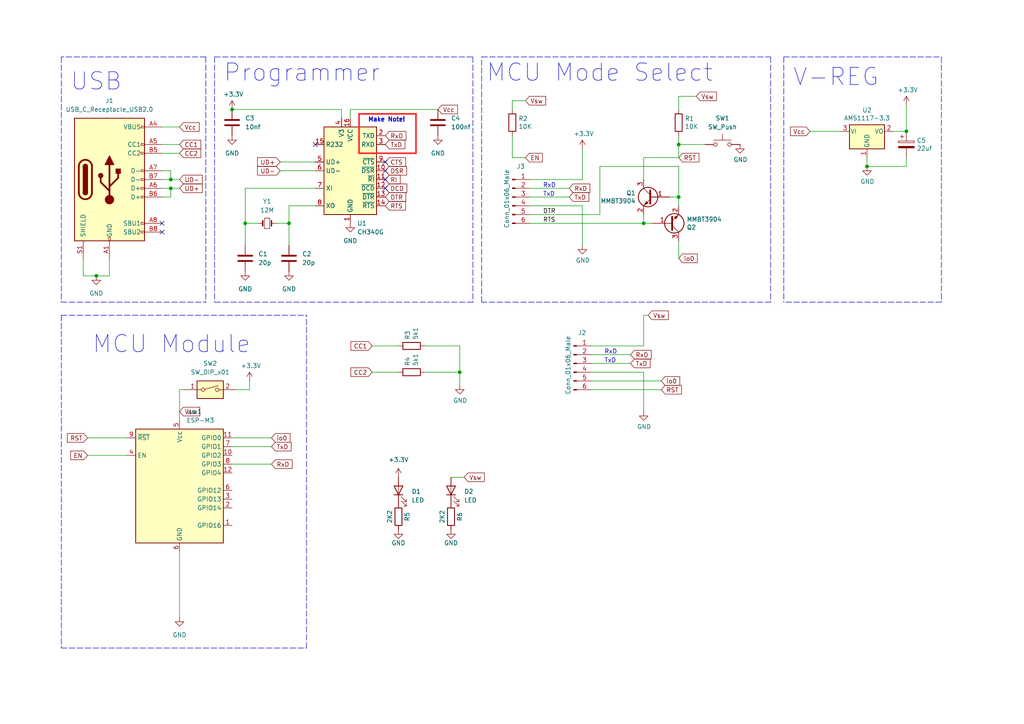
<source format=kicad_sch>
(kicad_sch (version 20211123) (generator eeschema)
  (paper "A4")
  (lib_symbols
    (symbol "Connector:Conn_01x06_Male" (pin_names (offset 1.016) hide)
      (property "Reference" "J" (at 0 7.62 0))
      (property "Value" "Conn_01x06_Male" (at 0 -10.16 0))
      (symbol "Conn_01x06_Male_1_1"
        (polyline (pts (xy 1.27 -7.62) (xy 0.8636 -7.62)) (stroke (width 0.1524)))
        (polyline (pts (xy 1.27 -5.08) (xy 0.8636 -5.08)) (stroke (width 0.1524)))
        (polyline (pts (xy 1.27 -2.54) (xy 0.8636 -2.54)) (stroke (width 0.1524)))
        (polyline (pts (xy 1.27 0) (xy 0.8636 0)) (stroke (width 0.1524)))
        (polyline (pts (xy 1.27 2.54) (xy 0.8636 2.54)) (stroke (width 0.1524)))
        (polyline (pts (xy 1.27 5.08) (xy 0.8636 5.08)) (stroke (width 0.1524)))
        (rectangle (start 0.8636 -7.493) (end 0 -7.747) (stroke (width 0.1524)) (fill (type outline)))
        (rectangle (start 0.8636 -4.953) (end 0 -5.207) (stroke (width 0.1524)) (fill (type outline)))
        (rectangle (start 0.8636 -2.413) (end 0 -2.667) (stroke (width 0.1524)) (fill (type outline)))
        (rectangle (start 0.8636 0.127) (end 0 -0.127) (stroke (width 0.1524)) (fill (type outline)))
        (rectangle (start 0.8636 2.667) (end 0 2.413) (stroke (width 0.1524)) (fill (type outline)))
        (rectangle (start 0.8636 5.207) (end 0 4.953) (stroke (width 0.1524)) (fill (type outline)))
        (pin passive line (at 5.08 5.08 180) (length 3.81) (name "Pin_1") (number "1"))
        (pin passive line (at 5.08 2.54 180) (length 3.81) (name "Pin_2") (number "2"))
        (pin passive line (at 5.08 0 180) (length 3.81) (name "Pin_3") (number "3"))
        (pin passive line (at 5.08 -2.54 180) (length 3.81) (name "Pin_4") (number "4"))
        (pin passive line (at 5.08 -5.08 180) (length 3.81) (name "Pin_5") (number "5"))
        (pin passive line (at 5.08 -7.62 180) (length 3.81) (name "Pin_6") (number "6"))
      )
    )
    (symbol "Connector:USB_C_Receptacle_USB2.0" (pin_names (offset 1.016))
      (property "Reference" "J" (at -10.16 19.05 0))
      (property "Value" "USB_C_Receptacle_USB2.0" (at 19.05 19.05 0))
      (symbol "USB_C_Receptacle_USB2.0_0_0"
        (rectangle (start -0.254 -17.78) (end 0.254 -16.764))
        (rectangle (start 10.16 -14.986) (end 9.144 -15.494))
        (rectangle (start 10.16 -12.446) (end 9.144 -12.954))
        (rectangle (start 10.16 -4.826) (end 9.144 -5.334))
        (rectangle (start 10.16 -2.286) (end 9.144 -2.794))
        (rectangle (start 10.16 0.254) (end 9.144 -0.254))
        (rectangle (start 10.16 2.794) (end 9.144 2.286))
        (rectangle (start 10.16 7.874) (end 9.144 7.366))
        (rectangle (start 10.16 10.414) (end 9.144 9.906))
        (rectangle (start 10.16 15.494) (end 9.144 14.986))
      )
      (symbol "USB_C_Receptacle_USB2.0_0_1"
        (rectangle (start -10.16 17.78) (end 10.16 -17.78) (stroke (width 0.254)) (fill (type background)))
        (arc (start -8.89 -3.81) (mid -6.985 -5.715) (end -5.08 -3.81) (stroke (width 0.508)))
        (arc (start -7.62 -3.81) (mid -6.985 -4.445) (end -6.35 -3.81) (stroke (width 0.254)))
        (arc (start -7.62 -3.81) (mid -6.985 -4.445) (end -6.35 -3.81) (stroke (width 0.254)) (fill (type outline)))
        (rectangle (start -7.62 -3.81) (end -6.35 3.81) (stroke (width 0.254)) (fill (type outline)))
        (arc (start -6.35 3.81) (mid -6.985 4.445) (end -7.62 3.81) (stroke (width 0.254)))
        (arc (start -6.35 3.81) (mid -6.985 4.445) (end -7.62 3.81) (stroke (width 0.254)) (fill (type outline)))
        (arc (start -5.08 3.81) (mid -6.985 5.715) (end -8.89 3.81) (stroke (width 0.508)))
        (circle (center -2.54 1.143) (radius 0.635) (stroke (width 0.254)) (fill (type outline)))
        (circle (center 0 -5.842) (radius 1.27) (fill (type outline)))
        (polyline (pts (xy -8.89 -3.81) (xy -8.89 3.81)) (stroke (width 0.508)))
        (polyline (pts (xy -5.08 3.81) (xy -5.08 -3.81)) (stroke (width 0.508)))
        (polyline (pts (xy 0 -5.842) (xy 0 4.318)) (stroke (width 0.508)))
        (polyline (pts (xy 0 -3.302) (xy -2.54 -0.762) (xy -2.54 0.508)) (stroke (width 0.508)))
        (polyline (pts (xy 0 -2.032) (xy 2.54 0.508) (xy 2.54 1.778)) (stroke (width 0.508)))
        (polyline (pts (xy -1.27 4.318) (xy 0 6.858) (xy 1.27 4.318) (xy -1.27 4.318)) (stroke (width 0.254)) (fill (type outline)))
        (rectangle (start 1.905 1.778) (end 3.175 3.048) (stroke (width 0.254)) (fill (type outline)))
      )
      (symbol "USB_C_Receptacle_USB2.0_1_1"
        (pin passive line (at 0 -22.86 90) (length 5.08) (name "GND") (number "A1"))
        (pin passive line (at 0 -22.86 90) (length 5.08) hide (name "GND") (number "A12"))
        (pin passive line (at 15.24 15.24 180) (length 5.08) (name "VBUS") (number "A4"))
        (pin bidirectional line (at 15.24 10.16 180) (length 5.08) (name "CC1") (number "A5"))
        (pin bidirectional line (at 15.24 -2.54 180) (length 5.08) (name "D+") (number "A6"))
        (pin bidirectional line (at 15.24 2.54 180) (length 5.08) (name "D-") (number "A7"))
        (pin bidirectional line (at 15.24 -12.7 180) (length 5.08) (name "SBU1") (number "A8"))
        (pin passive line (at 15.24 15.24 180) (length 5.08) hide (name "VBUS") (number "A9"))
        (pin passive line (at 0 -22.86 90) (length 5.08) hide (name "GND") (number "B1"))
        (pin passive line (at 0 -22.86 90) (length 5.08) hide (name "GND") (number "B12"))
        (pin passive line (at 15.24 15.24 180) (length 5.08) hide (name "VBUS") (number "B4"))
        (pin bidirectional line (at 15.24 7.62 180) (length 5.08) (name "CC2") (number "B5"))
        (pin bidirectional line (at 15.24 -5.08 180) (length 5.08) (name "D+") (number "B6"))
        (pin bidirectional line (at 15.24 0 180) (length 5.08) (name "D-") (number "B7"))
        (pin bidirectional line (at 15.24 -15.24 180) (length 5.08) (name "SBU2") (number "B8"))
        (pin passive line (at 15.24 15.24 180) (length 5.08) hide (name "VBUS") (number "B9"))
        (pin passive line (at -7.62 -22.86 90) (length 5.08) (name "SHIELD") (number "S1"))
      )
    )
    (symbol "Device:C" (pin_numbers hide) (pin_names (offset 0.254))
      (property "Reference" "C" (at 0.635 2.54 0))
      (property "Value" "C" (at 0.635 -2.54 0))
      (symbol "C_0_1"
        (polyline (pts (xy -2.032 -0.762) (xy 2.032 -0.762)) (stroke (width 0.508)))
        (polyline (pts (xy -2.032 0.762) (xy 2.032 0.762)) (stroke (width 0.508)))
      )
      (symbol "C_1_1"
        (pin passive line (at 0 3.81 270) (length 2.794) (name "~") (number "1"))
        (pin passive line (at 0 -3.81 90) (length 2.794) (name "~") (number "2"))
      )
    )
    (symbol "Device:CP" (pin_numbers hide) (pin_names (offset 0.254))
      (property "Reference" "C" (at 0.635 2.54 0))
      (property "Value" "Device_CP" (at 0.635 -2.54 0))
      (symbol "CP_0_1"
        (rectangle (start -2.286 0.508) (end 2.286 1.016))
        (polyline (pts (xy -1.778 2.286) (xy -0.762 2.286)))
        (polyline (pts (xy -1.27 2.794) (xy -1.27 1.778)))
        (rectangle (start 2.286 -0.508) (end -2.286 -1.016) (fill (type outline)))
      )
      (symbol "CP_1_1"
        (pin passive line (at 0 3.81 270) (length 2.794) (name "~") (number "1"))
        (pin passive line (at 0 -3.81 90) (length 2.794) (name "~") (number "2"))
      )
    )
    (symbol "Device:Crystal_Small" (pin_numbers hide) (pin_names (offset 1.016) hide)
      (property "Reference" "Y" (at 0 2.54 0))
      (property "Value" "Crystal_Small" (at 0 -2.54 0))
      (symbol "Crystal_Small_0_1"
        (rectangle (start -0.762 -1.524) (end 0.762 1.524))
        (polyline (pts (xy -1.27 -0.762) (xy -1.27 0.762)) (stroke (width 0.381)))
        (polyline (pts (xy 1.27 -0.762) (xy 1.27 0.762)) (stroke (width 0.381)))
      )
      (symbol "Crystal_Small_1_1"
        (pin passive line (at -2.54 0 0) (length 1.27) (name "1") (number "1"))
        (pin passive line (at 2.54 0 180) (length 1.27) (name "2") (number "2"))
      )
    )
    (symbol "Device:LED" (pin_numbers hide) (pin_names (offset 1.016) hide)
      (property "Reference" "D" (at 0 2.54 0))
      (property "Value" "LED" (at 0 -2.54 0))
      (symbol "LED_0_1"
        (polyline (pts (xy -1.27 -1.27) (xy -1.27 1.27)) (stroke (width 0.254)))
        (polyline (pts (xy -1.27 0) (xy 1.27 0)))
        (polyline (pts (xy 1.27 -1.27) (xy 1.27 1.27) (xy -1.27 0) (xy 1.27 -1.27)) (stroke (width 0.254)))
        (polyline (pts (xy -3.048 -0.762) (xy -4.572 -2.286) (xy -3.81 -2.286) (xy -4.572 -2.286) (xy -4.572 -1.524)))
        (polyline (pts (xy -1.778 -0.762) (xy -3.302 -2.286) (xy -2.54 -2.286) (xy -3.302 -2.286) (xy -3.302 -1.524)))
      )
      (symbol "LED_1_1"
        (pin passive line (at -3.81 0 0) (length 2.54) (name "K") (number "1"))
        (pin passive line (at 3.81 0 180) (length 2.54) (name "A") (number "2"))
      )
    )
    (symbol "Device:R" (pin_numbers hide) (pin_names (offset 0))
      (property "Reference" "R" (at 2.032 0 90))
      (property "Value" "R" (at 0 0 90))
      (symbol "R_0_1"
        (rectangle (start -1.016 -2.54) (end 1.016 2.54) (stroke (width 0.254)))
      )
      (symbol "R_1_1"
        (pin passive line (at 0 3.81 270) (length 1.27) (name "~") (number "1"))
        (pin passive line (at 0 -3.81 90) (length 1.27) (name "~") (number "2"))
      )
    )
    (symbol "Interface_USB:CH340G"
      (property "Reference" "U" (at -5.08 13.97 0))
      (property "Value" "CH340G" (at 1.27 13.97 0))
      (symbol "CH340G_0_1"
        (rectangle (start -7.62 12.7) (end 7.62 -12.7) (stroke (width 0.254)) (fill (type background)))
      )
      (symbol "CH340G_1_1"
        (pin power_in line (at 0 -15.24 90) (length 2.54) (name "GND") (number "1"))
        (pin input line (at 10.16 0 180) (length 2.54) (name "~{DSR}") (number "10"))
        (pin input line (at 10.16 -2.54 180) (length 2.54) (name "~{RI}") (number "11"))
        (pin input line (at 10.16 -5.08 180) (length 2.54) (name "~{DCD}") (number "12"))
        (pin output line (at 10.16 -7.62 180) (length 2.54) (name "~{DTR}") (number "13"))
        (pin output line (at 10.16 -10.16 180) (length 2.54) (name "~{RTS}") (number "14"))
        (pin input line (at -10.16 7.62 0) (length 2.54) (name "R232") (number "15"))
        (pin power_in line (at 0 15.24 270) (length 2.54) (name "VCC") (number "16"))
        (pin output line (at 10.16 10.16 180) (length 2.54) (name "TXD") (number "2"))
        (pin input line (at 10.16 7.62 180) (length 2.54) (name "RXD") (number "3"))
        (pin passive line (at -2.54 15.24 270) (length 2.54) (name "V3") (number "4"))
        (pin bidirectional line (at -10.16 2.54 0) (length 2.54) (name "UD+") (number "5"))
        (pin bidirectional line (at -10.16 0 0) (length 2.54) (name "UD-") (number "6"))
        (pin input line (at -10.16 -5.08 0) (length 2.54) (name "XI") (number "7"))
        (pin output line (at -10.16 -10.16 0) (length 2.54) (name "XO") (number "8"))
        (pin input line (at 10.16 2.54 180) (length 2.54) (name "~{CTS}") (number "9"))
      )
    )
    (symbol "Regulator_Linear:AMS1117-3.3" (pin_names (offset 0.254))
      (property "Reference" "U" (at -3.81 3.175 0))
      (property "Value" "AMS1117-3.3" (at 0 3.175 0))
      (symbol "AMS1117-3.3_0_1"
        (rectangle (start -5.08 -5.08) (end 5.08 1.905) (stroke (width 0.254)) (fill (type background)))
      )
      (symbol "AMS1117-3.3_1_1"
        (pin power_in line (at 0 -7.62 90) (length 2.54) (name "GND") (number "1"))
        (pin power_out line (at 7.62 0 180) (length 2.54) (name "VO") (number "2"))
        (pin power_in line (at -7.62 0 0) (length 2.54) (name "VI") (number "3"))
      )
    )
    (symbol "Switch:SW_DIP_x01" (pin_names (offset 0) hide)
      (property "Reference" "SW" (at 0 3.81 0))
      (property "Value" "SW_DIP_x01" (at 0 -3.81 0))
      (symbol "SW_DIP_x01_0_0"
        (circle (center -2.032 0) (radius 0.508))
        (polyline (pts (xy -1.524 0.127) (xy 2.3622 1.1684)))
        (circle (center 2.032 0) (radius 0.508))
      )
      (symbol "SW_DIP_x01_0_1"
        (rectangle (start -3.81 2.54) (end 3.81 -2.54) (stroke (width 0.254)) (fill (type background)))
      )
      (symbol "SW_DIP_x01_1_1"
        (pin passive line (at -7.62 0 0) (length 5.08) (name "~") (number "1"))
        (pin passive line (at 7.62 0 180) (length 5.08) (name "~") (number "2"))
      )
    )
    (symbol "Switch:SW_Push" (pin_numbers hide) (pin_names (offset 1.016) hide)
      (property "Reference" "SW" (at 1.27 2.54 0))
      (property "Value" "SW_Push" (at 0 -1.524 0))
      (symbol "SW_Push_0_1"
        (circle (center -2.032 0) (radius 0.508))
        (polyline (pts (xy 0 1.27) (xy 0 3.048)))
        (polyline (pts (xy 2.54 1.27) (xy -2.54 1.27)))
        (circle (center 2.032 0) (radius 0.508))
        (pin passive line (at -5.08 0 0) (length 2.54) (name "1") (number "1"))
        (pin passive line (at 5.08 0 180) (length 2.54) (name "2") (number "2"))
      )
    )
    (symbol "Tinker_ESP:ESP-M3"
      (property "Reference" "Um" (at 2.921 -27.305 0))
      (property "Value" "ESP-M3" (at 5.461 -29.337 0))
      (symbol "ESP-M3_0_1"
        (rectangle (start -12.7 17.78) (end 12.7 -15.24) (stroke (width 0.254)) (fill (type background)))
      )
      (symbol "ESP-M3_1_1"
        (pin bidirectional line (at 15.24 -10.16 180) (length 2.54) (name "GPIO16") (number "1"))
        (pin bidirectional line (at 15.24 10.16 180) (length 2.54) (name "GPIO2") (number "10"))
        (pin bidirectional line (at 15.24 15.24 180) (length 2.54) (name "GPIO0") (number "11"))
        (pin bidirectional line (at 15.24 5.08 180) (length 2.54) (name "GPIO4") (number "12"))
        (pin bidirectional line (at 15.24 -5.08 180) (length 2.54) (name "GPIO14") (number "2"))
        (pin bidirectional line (at 15.24 -2.54 180) (length 2.54) (name "GPIO13") (number "3"))
        (pin input line (at -15.24 10.16 0) (length 2.54) (name "EN") (number "4"))
        (pin power_in line (at 0 20.32 270) (length 2.54) (name "Vcc") (number "5"))
        (pin power_in line (at 0 -17.78 90) (length 2.54) (name "GND") (number "6"))
        (pin bidirectional line (at 15.24 0 180) (length 2.54) (name "GPIO12") (number "6"))
        (pin bidirectional line (at 15.24 12.7 180) (length 2.54) (name "GPIO1") (number "7"))
        (pin bidirectional line (at 15.24 7.62 180) (length 2.54) (name "GPIO3") (number "8"))
        (pin input line (at -15.24 15.24 0) (length 2.54) (name "~{RST}") (number "9"))
      )
    )
    (symbol "Transistor_BJT:MMBT3904" (pin_names (offset 0) hide)
      (property "Reference" "Q" (at 5.08 1.905 0))
      (property "Value" "MMBT3904" (at 5.08 0 0))
      (symbol "MMBT3904_0_1"
        (polyline (pts (xy 0.635 0.635) (xy 2.54 2.54)))
        (polyline (pts (xy 0.635 -0.635) (xy 2.54 -2.54) (xy 2.54 -2.54)))
        (polyline (pts (xy 0.635 1.905) (xy 0.635 -1.905) (xy 0.635 -1.905)) (stroke (width 0.508)))
        (polyline (pts (xy 1.27 -1.778) (xy 1.778 -1.27) (xy 2.286 -2.286) (xy 1.27 -1.778) (xy 1.27 -1.778)) (fill (type outline)))
        (circle (center 1.27 0) (radius 2.8194) (stroke (width 0.254)))
      )
      (symbol "MMBT3904_1_1"
        (pin input line (at -5.08 0 0) (length 5.715) (name "B") (number "1"))
        (pin passive line (at 2.54 -5.08 90) (length 2.54) (name "E") (number "2"))
        (pin passive line (at 2.54 5.08 270) (length 2.54) (name "C") (number "3"))
      )
    )
    (symbol "power:+3.3V" (power) (pin_names (offset 0))
      (property "Value" "+3.3V" (at 0 3.556 0))
      (symbol "+3.3V_0_1"
        (polyline (pts (xy -0.762 1.27) (xy 0 2.54)))
        (polyline (pts (xy 0 0) (xy 0 2.54)))
        (polyline (pts (xy 0 2.54) (xy 0.762 1.27)))
      )
      (symbol "+3.3V_1_1"
        (pin power_in line (at 0 0 90) (length 0) hide (name "+3.3V") (number "1"))
      )
    )
    (symbol "power:GND" (power) (pin_names (offset 0))
      (property "Value" "GND" (at 0 -3.81 0))
      (symbol "GND_0_1"
        (polyline (pts (xy 0 0) (xy 0 -1.27) (xy 1.27 -1.27) (xy 0 -2.54) (xy -1.27 -1.27) (xy 0 -1.27)))
      )
      (symbol "GND_1_1"
        (pin power_in line (at 0 0 270) (length 0) hide (name "GND") (number "1"))
      )
    )
  )
  (junction (at 83.82 64.77))
  (junction (at 27.94 80.01))
  (junction (at 186.69 64.77))
  (junction (at 49.53 54.61))
  (junction (at 133.35 107.95))
  (junction (at 49.53 52.07))
  (junction (at 67.31 31.75))
  (junction (at 196.85 57.15))
  (junction (at 71.12 64.77))
  (junction (at 262.89 38.1))
  (junction (at 196.85 41.91))
  (junction (at 251.46 48.26))
  (no_connect (at 91.44 41.91))
  (no_connect (at 111.76 46.99))
  (no_connect (at 111.76 49.53))
  (no_connect (at 111.76 52.07))
  (no_connect (at 111.76 54.61))
  (no_connect (at 46.99 64.77))
  (no_connect (at 46.99 67.31))
  (wire (pts (xy 83.82 64.77) (xy 83.82 71.12)))
  (polyline (pts (xy 59.69 16.51) (xy 17.78 16.51)))
  (polyline (pts (xy 62.23 16.51) (xy 62.23 87.63)))
  (polyline (pts (xy 17.78 91.44) (xy 88.9 91.44)))
  (wire (pts (xy 196.85 48.26) (xy 196.85 57.15)))
  (wire (pts (xy 173.99 48.26) (xy 196.85 48.26)))
  (wire (pts (xy 148.59 39.37) (xy 148.59 45.72)))
  (wire (pts (xy 148.59 45.72) (xy 152.4 45.72)))
  (wire (pts (xy 196.85 41.91) (xy 204.47 41.91)))
  (wire (pts (xy 186.69 119.38) (xy 186.69 107.95)))
  (wire (pts (xy 201.93 27.94) (xy 196.85 27.94)))
  (wire (pts (xy 189.23 64.77) (xy 186.69 64.77)))
  (polyline (pts (xy 223.52 16.51) (xy 223.52 87.63)))
  (polyline (pts (xy 120.65 33.02) (xy 104.14 33.02)) (stroke (width 0.5) (type solid) (color 255 48 46 1)))
  (polyline (pts (xy 17.78 91.44) (xy 17.78 187.96)))
  (wire (pts (xy 194.31 57.15) (xy 196.85 57.15)))
  (wire (pts (xy 46.99 41.91) (xy 52.07 41.91)))
  (wire (pts (xy 133.35 100.33) (xy 133.35 107.95)))
  (wire (pts (xy 171.45 102.87) (xy 182.88 102.87)))
  (polyline (pts (xy 17.78 187.96) (xy 88.9 187.96)))
  (wire (pts (xy 81.28 46.99) (xy 91.44 46.99)))
  (wire (pts (xy 71.12 54.61) (xy 71.12 64.77)))
  (wire (pts (xy 130.81 138.43) (xy 134.62 138.43)))
  (wire (pts (xy 99.06 34.29) (xy 99.06 31.75)))
  (wire (pts (xy 168.91 71.12) (xy 168.91 59.69)))
  (wire (pts (xy 53.34 113.03) (xy 52.07 113.03)))
  (wire (pts (xy 74.93 64.77) (xy 71.12 64.77)))
  (wire (pts (xy 46.99 44.45) (xy 52.07 44.45)))
  (polyline (pts (xy 104.14 33.02) (xy 104.14 44.45)) (stroke (width 0.5) (type solid) (color 255 48 46 1)))
  (wire (pts (xy 52.07 160.02) (xy 52.07 179.07)))
  (wire (pts (xy 99.06 31.75) (xy 67.31 31.75)))
  (wire (pts (xy 46.99 54.61) (xy 49.53 54.61)))
  (polyline (pts (xy 120.65 33.02) (xy 120.65 44.45)) (stroke (width 0.5) (type solid) (color 255 48 46 1)))
  (wire (pts (xy 262.89 48.26) (xy 251.46 48.26)))
  (wire (pts (xy 46.99 57.15) (xy 49.53 57.15)))
  (wire (pts (xy 262.89 30.48) (xy 262.89 38.1)))
  (wire (pts (xy 196.85 74.93) (xy 196.85 69.85)))
  (wire (pts (xy 133.35 107.95) (xy 133.35 111.76)))
  (wire (pts (xy 91.44 59.69) (xy 83.82 59.69)))
  (polyline (pts (xy 17.78 16.51) (xy 17.78 87.63)))
  (wire (pts (xy 49.53 49.53) (xy 49.53 52.07)))
  (wire (pts (xy 25.4 132.08) (xy 36.83 132.08)))
  (wire (pts (xy 168.91 43.18) (xy 168.91 52.07)))
  (wire (pts (xy 52.07 113.03) (xy 52.07 121.92)))
  (wire (pts (xy 187.96 91.44) (xy 186.69 91.44)))
  (wire (pts (xy 49.53 52.07) (xy 52.07 52.07)))
  (wire (pts (xy 152.4 29.21) (xy 148.59 29.21)))
  (wire (pts (xy 196.85 41.91) (xy 196.85 45.72)))
  (polyline (pts (xy 59.69 16.51) (xy 59.69 87.63)))
  (wire (pts (xy 72.39 113.03) (xy 68.58 113.03)))
  (polyline (pts (xy 137.16 16.51) (xy 137.16 87.63)))
  (wire (pts (xy 72.39 110.49) (xy 72.39 113.03)))
  (polyline (pts (xy 139.7 87.63) (xy 139.7 16.51)))
  (wire (pts (xy 168.91 59.69) (xy 153.67 59.69)))
  (wire (pts (xy 186.69 45.72) (xy 186.69 52.07)))
  (wire (pts (xy 148.59 29.21) (xy 148.59 31.75)))
  (wire (pts (xy 67.31 129.54) (xy 78.74 129.54)))
  (wire (pts (xy 46.99 36.83) (xy 52.07 36.83)))
  (wire (pts (xy 80.01 64.77) (xy 83.82 64.77)))
  (wire (pts (xy 107.95 100.33) (xy 115.57 100.33)))
  (wire (pts (xy 101.6 31.75) (xy 101.6 34.29)))
  (polyline (pts (xy 227.33 16.51) (xy 273.05 16.51)))
  (wire (pts (xy 186.69 91.44) (xy 186.69 100.33)))
  (wire (pts (xy 123.19 107.95) (xy 133.35 107.95)))
  (wire (pts (xy 153.67 57.15) (xy 165.1 57.15)))
  (wire (pts (xy 46.99 49.53) (xy 49.53 49.53)))
  (wire (pts (xy 173.99 48.26) (xy 173.99 62.23)))
  (wire (pts (xy 81.28 49.53) (xy 91.44 49.53)))
  (polyline (pts (xy 137.16 87.63) (xy 62.23 87.63)))
  (wire (pts (xy 186.69 107.95) (xy 171.45 107.95)))
  (wire (pts (xy 83.82 59.69) (xy 83.82 64.77)))
  (wire (pts (xy 251.46 48.26) (xy 251.46 45.72)))
  (wire (pts (xy 262.89 45.72) (xy 262.89 48.26)))
  (wire (pts (xy 186.69 64.77) (xy 186.69 62.23)))
  (wire (pts (xy 168.91 52.07) (xy 153.67 52.07)))
  (wire (pts (xy 186.69 100.33) (xy 171.45 100.33)))
  (wire (pts (xy 171.45 105.41) (xy 182.88 105.41)))
  (wire (pts (xy 101.6 31.75) (xy 127 31.75)))
  (wire (pts (xy 67.31 134.62) (xy 78.74 134.62)))
  (polyline (pts (xy 227.33 16.51) (xy 227.33 87.63)))
  (wire (pts (xy 67.31 127) (xy 78.74 127)))
  (wire (pts (xy 49.53 57.15) (xy 49.53 54.61)))
  (wire (pts (xy 24.13 74.93) (xy 24.13 80.01)))
  (wire (pts (xy 123.19 100.33) (xy 133.35 100.33)))
  (wire (pts (xy 31.75 74.93) (xy 31.75 80.01)))
  (wire (pts (xy 46.99 52.07) (xy 49.53 52.07)))
  (polyline (pts (xy 139.7 16.51) (xy 223.52 16.51)))
  (wire (pts (xy 196.85 57.15) (xy 196.85 59.69)))
  (polyline (pts (xy 223.52 87.63) (xy 139.7 87.63)))
  (wire (pts (xy 107.95 107.95) (xy 115.57 107.95)))
  (wire (pts (xy 153.67 54.61) (xy 165.1 54.61)))
  (wire (pts (xy 27.94 80.01) (xy 31.75 80.01)))
  (polyline (pts (xy 88.9 187.96) (xy 88.9 91.44)))
  (wire (pts (xy 24.13 80.01) (xy 27.94 80.01)))
  (wire (pts (xy 153.67 64.77) (xy 186.69 64.77)))
  (wire (pts (xy 49.53 54.61) (xy 52.07 54.61)))
  (wire (pts (xy 259.08 38.1) (xy 262.89 38.1)))
  (polyline (pts (xy 62.23 16.51) (xy 137.16 16.51)))
  (wire (pts (xy 153.67 62.23) (xy 173.99 62.23)))
  (polyline (pts (xy 273.05 16.51) (xy 273.05 87.63)))
  (wire (pts (xy 196.85 27.94) (xy 196.85 31.75)))
  (wire (pts (xy 196.85 45.72) (xy 186.69 45.72)))
  (wire (pts (xy 71.12 54.61) (xy 91.44 54.61)))
  (wire (pts (xy 234.95 38.1) (xy 243.84 38.1)))
  (polyline (pts (xy 273.05 87.63) (xy 227.33 87.63)))
  (polyline (pts (xy 17.78 87.63) (xy 59.69 87.63)))
  (polyline (pts (xy 104.14 44.45) (xy 120.65 44.45)) (stroke (width 0.5) (type solid) (color 255 48 46 1)))
  (wire (pts (xy 171.45 110.49) (xy 191.77 110.49)))
  (wire (pts (xy 196.85 39.37) (xy 196.85 41.91)))
  (wire (pts (xy 25.4 127) (xy 36.83 127)))
  (wire (pts (xy 171.45 113.03) (xy 191.77 113.03)))
  (wire (pts (xy 71.12 64.77) (xy 71.12 71.12)))
  (text "RxD" (at 157.48 54.61 0) (effects (font (size 1.27 1.27)) (justify left bottom)))
  (text "Make Note!" (at 106.68 35.56 0) (effects (font (size 1.27 1.27) (thickness 0.254) bold) (justify left bottom)))
  (text "V-REG" (at 229.87 25.4 0) (effects (font (size 5 5)) (justify left bottom)))
  (text "TxD" (at 157.48 57.15 0) (effects (font (size 1.27 1.27)) (justify left bottom)))
  (text "USB" (at 20.32 26.67 0) (effects (font (size 5 5)) (justify left bottom)))
  (text "MCU Mode Select" (at 140.97 24.13 0) (effects (font (size 5.0038 5.0038)) (justify left bottom)))
  (text "TxD" (at 175.26 105.41 0) (effects (font (size 1.27 1.27)) (justify left bottom)))
  (text "RxD" (at 175.26 102.87 0) (effects (font (size 1.27 1.27)) (justify left bottom)))
  (text "MCU Module" (at 26.67 102.87 0) (effects (font (size 5.0038 5.0038)) (justify left bottom)))
  (text "Programmer" (at 64.77 24.13 0) (effects (font (size 5 5)) (justify left bottom)))
  (label "DTR" (at 157.48 62.23 0))
  (label "RTS" (at 157.48 64.77 0))
  (global_label "EN" (shape input) (at 152.4 45.72 0) (property "Intersheet References" "${INTERSHEET_REFS}" (effects hide)))
  (global_label "RxD" (shape input) (at 182.88 102.87 0) (property "Intersheet References" "${INTERSHEET_REFS}" (effects hide)))
  (global_label "RxD" (shape input) (at 165.1 54.61 0) (property "Intersheet References" "${INTERSHEET_REFS}" (effects hide)))
  (global_label "CC2" (shape input) (at 107.95 107.95 180) (property "Intersheet References" "${INTERSHEET_REFS}" (effects hide)))
  (global_label "CC1" (shape input) (at 107.95 100.33 180) (property "Intersheet References" "${INTERSHEET_REFS}" (effects hide)))
  (global_label "RST" (shape input) (at 191.77 113.03 0) (property "Intersheet References" "${INTERSHEET_REFS}" (effects hide)))
  (global_label "TxD" (shape input) (at 78.74 129.54 0) (property "Intersheet References" "${INTERSHEET_REFS}" (effects hide)))
  (global_label "Vcc" (shape input) (at 127 31.75 0) (property "Intersheet References" "${INTERSHEET_REFS}" (effects hide)))
  (global_label "io0" (shape input) (at 191.77 110.49 0) (property "Intersheet References" "${INTERSHEET_REFS}" (effects hide)))
  (global_label "Vsw" (shape input) (at 201.93 27.94 0) (property "Intersheet References" "${INTERSHEET_REFS}" (effects hide)))
  (global_label "DSR" (shape input) (at 111.76 49.53 0) (property "Intersheet References" "${INTERSHEET_REFS}" (effects hide)))
  (global_label "CC2" (shape input) (at 52.07 44.45 0) (property "Intersheet References" "${INTERSHEET_REFS}" (effects hide)))
  (global_label "Vsw" (shape input) (at 187.96 91.44 0) (property "Intersheet References" "${INTERSHEET_REFS}" (effects hide)))
  (global_label "Vsw" (shape input) (at 152.4 29.21 0) (property "Intersheet References" "${INTERSHEET_REFS}" (effects hide)))
  (global_label "CTS" (shape input) (at 111.76 46.99 0) (property "Intersheet References" "${INTERSHEET_REFS}" (effects hide)))
  (global_label "DCD" (shape input) (at 111.76 54.61 0) (property "Intersheet References" "${INTERSHEET_REFS}" (effects hide)))
  (global_label "RST" (shape input) (at 196.85 45.72 0) (property "Intersheet References" "${INTERSHEET_REFS}" (effects hide)))
  (global_label "UD+" (shape input) (at 52.07 54.61 0) (property "Intersheet References" "${INTERSHEET_REFS}" (effects hide)))
  (global_label "RTS" (shape input) (at 111.76 59.69 0) (property "Intersheet References" "${INTERSHEET_REFS}" (effects hide)))
  (global_label "RxD" (shape input) (at 111.76 39.37 0) (property "Intersheet References" "${INTERSHEET_REFS}" (effects hide)))
  (global_label "Vcc" (shape input) (at 234.95 38.1 180) (property "Intersheet References" "${INTERSHEET_REFS}" (effects hide)))
  (global_label "io0" (shape input) (at 78.74 127 0) (property "Intersheet References" "${INTERSHEET_REFS}" (effects hide)))
  (global_label "Vsw" (shape input) (at 52.07 119.38 0) (property "Intersheet References" "${INTERSHEET_REFS}" (effects hide)))
  (global_label "UD+" (shape input) (at 81.28 46.99 180) (property "Intersheet References" "${INTERSHEET_REFS}" (effects hide)))
  (global_label "UD-" (shape input) (at 52.07 52.07 0) (property "Intersheet References" "${INTERSHEET_REFS}" (effects hide)))
  (global_label "io0" (shape input) (at 196.85 74.93 0) (property "Intersheet References" "${INTERSHEET_REFS}" (effects hide)))
  (global_label "TxD" (shape input) (at 165.1 57.15 0) (property "Intersheet References" "${INTERSHEET_REFS}" (effects hide)))
  (global_label "RST" (shape input) (at 25.4 127 180) (property "Intersheet References" "${INTERSHEET_REFS}" (effects hide)))
  (global_label "RxD" (shape input) (at 78.74 134.62 0) (property "Intersheet References" "${INTERSHEET_REFS}" (effects hide)))
  (global_label "TxD" (shape input) (at 111.76 41.91 0) (property "Intersheet References" "${INTERSHEET_REFS}" (effects hide)))
  (global_label "RI" (shape input) (at 111.76 52.07 0) (property "Intersheet References" "${INTERSHEET_REFS}" (effects hide)))
  (global_label "UD-" (shape input) (at 81.28 49.53 180) (property "Intersheet References" "${INTERSHEET_REFS}" (effects hide)))
  (global_label "Vsw" (shape input) (at 134.62 138.43 0) (property "Intersheet References" "${INTERSHEET_REFS}" (effects hide)))
  (global_label "DTR" (shape input) (at 111.76 57.15 0) (property "Intersheet References" "${INTERSHEET_REFS}" (effects hide)))
  (global_label "CC1" (shape input) (at 52.07 41.91 0) (property "Intersheet References" "${INTERSHEET_REFS}" (effects hide)))
  (global_label "Vcc" (shape input) (at 52.07 36.83 0) (property "Intersheet References" "${INTERSHEET_REFS}" (effects hide)))
  (global_label "TxD" (shape input) (at 182.88 105.41 0) (property "Intersheet References" "${INTERSHEET_REFS}" (effects hide)))
  (global_label "EN" (shape input) (at 25.4 132.08 180) (property "Intersheet References" "${INTERSHEET_REFS}" (effects hide)))
  (symbol (lib_id "Device:R") (at 148.59 35.56 0) (unit 1)
    (property "Reference" "R2" (at 150.368 34.3916 0) (effects (justify left)))
    (property "Value" "10K" (at 150.368 36.703 0) (effects (justify left)))
    (property "Footprint" "Tinker:R_0603_1608Metric_Pad0.98x0.95mm_HandSolder" (effects hide))
  )
  (symbol (lib_id "power:GND") (at 83.82 78.74 0) (unit 1)
    (property "Reference" "#PWR0112" (effects hide))
    (property "Value" "GND" (at 83.82 83.82 0))
  )
  (symbol (lib_id "power:GND") (at 133.35 111.76 0) (unit 1)
    (property "Reference" "#PWR0117" (effects hide))
    (property "Value" "GND" (at 133.477 116.1542 0))
  )
  (symbol (lib_id "power:GND") (at 214.63 41.91 0) (unit 1)
    (property "Reference" "#PWR0105" (effects hide))
    (property "Value" "GND" (at 214.757 46.3042 0))
  )
  (symbol (lib_id "Connector:USB_C_Receptacle_USB2.0") (at 31.75 52.07 0) (unit 1)
    (property "Reference" "J1" (at 31.75 29.21 0))
    (property "Value" "USB_C_Receptacle_USB2.0" (at 31.75 31.75 0))
    (property "Footprint" "Tinker:USB_C_Receptacle_HRO_TYPE-C-31-M-12" (effects hide))
    (property "Datasheet" "https://www.usb.org/sites/default/files/documents/usb_type-c.zip" (effects hide))
  )
  (symbol (lib_id "power:GND") (at 168.91 71.12 0) (unit 1)
    (property "Reference" "#PWR0101" (effects hide))
    (property "Value" "GND" (at 169.037 75.5142 0))
  )
  (symbol (lib_id "Device:LED") (at 130.81 142.24 90) (unit 1)
    (property "Reference" "D2" (at 134.62 142.5574 90) (effects (justify right)))
    (property "Value" "LED" (at 134.62 145.0974 90) (effects (justify right)))
    (property "Footprint" "LED_SMD:LED_0805_2012Metric_Pad1.15x1.40mm_HandSolder" (effects hide))
  )
  (symbol (lib_id "power:GND") (at 130.81 153.67 0) (unit 1)
    (property "Reference" "#PWR0104" (effects hide))
    (property "Value" "GND" (at 130.81 157.48 0))
  )
  (symbol (lib_id "power:GND") (at 251.46 48.26 0) (unit 1)
    (property "Reference" "#PWR0107" (effects hide))
    (property "Value" "GND" (at 251.587 52.6542 0))
  )
  (symbol (lib_id "Switch:SW_Push") (at 209.55 41.91 0) (unit 1)
    (property "Reference" "SW1" (at 209.55 34.29 0))
    (property "Value" "SW_Push" (at 209.55 36.83 0))
    (property "Footprint" "Tinker:SW_Push_TS273014TP" (effects hide))
    (property "LCSC" "C2858276" (effects hide))
  )
  (symbol (lib_id "Device:C") (at 127 35.56 0) (unit 1)
    (property "Reference" "C4" (at 130.81 34.2899 0) (effects (justify left)))
    (property "Value" "100nf" (at 130.81 36.8299 0) (effects (justify left)))
    (property "Footprint" "Tinker:C_0603_1608Metric_Pad1.08x0.95mm_HandSolder" (effects hide))
    (property "LCSC" "C235731" (effects hide))
  )
  (symbol (lib_id "power:GND") (at 52.07 179.07 0) (unit 1)
    (property "Reference" "#PWR0106" (effects hide))
    (property "Value" "GND" (at 52.07 184.15 0))
  )
  (symbol (lib_id "Connector:Conn_01x06_Male") (at 166.37 105.41 0) (unit 1) (in_bom no) (on_board no)
    (property "Reference" "J2" (at 167.64 96.52 0) (effects (justify left)))
    (property "Value" "Conn_01x06_Male" (at 164.7698 114.4524 90) (effects (justify left)))
    (property "Footprint" "Tinker:PinHeader_1x06_P2.54mm_Vertical" (effects hide))
  )
  (symbol (lib_id "power:+3.3V") (at 168.91 43.18 0) (unit 1)
    (property "Reference" "#PWR0102" (effects hide))
    (property "Value" "+3.3V" (at 169.291 38.7858 0))
  )
  (symbol (lib_id "power:+3.3V") (at 72.39 110.49 0) (unit 1)
    (property "Reference" "#PWR0114" (effects hide))
    (property "Value" "+3.3V" (at 72.771 106.0958 0))
  )
  (symbol (lib_id "power:GND") (at 186.69 119.38 0) (unit 1)
    (property "Reference" "#PWR0118" (effects hide))
    (property "Value" "GND" (at 186.817 123.7742 0))
  )
  (symbol (lib_id "Device:R") (at 119.38 100.33 90) (unit 1)
    (property "Reference" "R3" (at 118.2116 98.552 0) (effects (justify left)))
    (property "Value" "5k1" (at 120.523 98.552 0) (effects (justify left)))
    (property "Footprint" "Tinker:R_0603_1608Metric_Pad0.98x0.95mm_HandSolder" (effects hide))
  )
  (symbol (lib_id "Device:R") (at 130.81 149.86 0) (unit 1)
    (property "Reference" "R6" (at 133.35 149.86 90))
    (property "Value" "2K2" (at 128.27 149.86 90))
    (property "Footprint" "Tinker:R_0603_1608Metric_Pad0.98x0.95mm_HandSolder" (effects hide))
  )
  (symbol (lib_id "power:GND") (at 115.57 153.67 0) (unit 1)
    (property "Reference" "#PWR0119" (effects hide))
    (property "Value" "GND" (at 115.57 157.48 0))
  )
  (symbol (lib_id "power:GND") (at 71.12 78.74 0) (unit 1)
    (property "Reference" "#PWR0111" (effects hide))
    (property "Value" "GND" (at 71.12 83.82 0))
  )
  (symbol (lib_id "Device:C") (at 67.31 35.56 0) (unit 1)
    (property "Reference" "C3" (at 71.12 34.2899 0) (effects (justify left)))
    (property "Value" "10nf" (at 71.12 36.8299 0) (effects (justify left)))
    (property "Footprint" "Tinker:C_0603_1608Metric_Pad1.08x0.95mm_HandSolder" (effects hide))
    (property "LCSC" "C161232" (effects hide))
  )
  (symbol (lib_id "power:+3.3V") (at 67.31 31.75 0) (unit 1)
    (property "Reference" "#PWR0115" (effects hide))
    (property "Value" "+3.3V" (at 67.691 27.3558 0))
  )
  (symbol (lib_id "Device:C") (at 83.82 74.93 0) (unit 1)
    (property "Reference" "C2" (at 87.63 73.6599 0) (effects (justify left)))
    (property "Value" "20p" (at 87.63 76.1999 0) (effects (justify left)))
    (property "Footprint" "Tinker:C_0603_1608Metric_Pad1.08x0.95mm_HandSolder" (effects hide))
    (property "LCSC" "C408549 (20pf C325469)" (effects hide))
  )
  (symbol (lib_id "Device:C") (at 71.12 74.93 0) (unit 1)
    (property "Reference" "C1" (at 74.93 73.6599 0) (effects (justify left)))
    (property "Value" "20p" (at 74.93 76.1999 0) (effects (justify left)))
    (property "Footprint" "Tinker:C_0603_1608Metric_Pad1.08x0.95mm_HandSolder" (effects hide))
    (property "LCSC" "C408549 (20pf C325469)" (effects hide))
  )
  (symbol (lib_id "Device:R") (at 115.57 149.86 0) (unit 1)
    (property "Reference" "R5" (at 118.11 149.86 90))
    (property "Value" "2K2" (at 113.03 149.86 90))
    (property "Footprint" "Tinker:R_0603_1608Metric_Pad0.98x0.95mm_HandSolder" (effects hide))
  )
  (symbol (lib_id "Tinker_ESP:ESP-M3") (at 52.07 142.24 0) (unit 1)
    (property "Reference" "Um1" (at 54.0894 119.38 0) (effects (justify left)))
    (property "Value" "ESP-M3" (at 54.0894 121.92 0) (effects (justify left)))
    (property "Footprint" "Tinker:ESP-M3 (FlexyPin)" (effects hide))
    (property "Datasheet" "https://make.net.za/wp-content/datasheets/DOIT%20ESP-M3%20Datasheet.pdf" (effects hide))
    (property "3D" "https://grabcad.com/library/esp-m3-2" (effects hide))
  )
  (symbol (lib_id "power:+3.3V") (at 262.89 30.48 0) (unit 1)
    (property "Reference" "#PWR0110" (effects hide))
    (property "Value" "+3.3V" (at 263.271 26.0858 0))
  )
  (symbol (lib_id "Regulator_Linear:AMS1117-3.3") (at 251.46 38.1 0) (unit 1)
    (property "Reference" "U2" (at 251.46 31.9532 0))
    (property "Value" "AMS1117-3.3" (at 251.46 34.2646 0))
    (property "Footprint" "Package_TO_SOT_SMD:SOT-223-3_TabPin2" (effects hide))
    (property "Datasheet" "http://www.advanced-monolithic.com/pdf/ds1117.pdf" (effects hide))
  )
  (symbol (lib_id "power:GND") (at 27.94 80.01 0) (unit 1)
    (property "Reference" "#PWR0113" (effects hide))
    (property "Value" "GND" (at 27.94 85.09 0))
  )
  (symbol (lib_id "Transistor_BJT:MMBT3904") (at 189.23 57.15 0) (mirror y) (unit 1)
    (property "Reference" "Q1" (at 184.3786 55.9816 0) (effects (justify left)))
    (property "Value" "MMBT3904" (at 184.3786 58.293 0) (effects (justify left)))
    (property "Footprint" "Package_TO_SOT_SMD:SOT-23_Handsoldering" (effects hide))
    (property "Datasheet" "https://www.fairchildsemi.com/datasheets/2N/2N3904.pdf" (effects hide))
  )
  (symbol (lib_id "Device:CP") (at 262.89 41.91 0) (unit 1)
    (property "Reference" "C5" (at 265.8872 40.7416 0) (effects (justify left)))
    (property "Value" "22uf" (at 265.8872 43.053 0) (effects (justify left)))
    (property "Footprint" "Capacitor_Tantalum_SMD:CP_EIA-6032-28_Kemet-C_Pad2.25x2.35mm_HandSolder" (effects hide))
    (property "Datasheet" "http://datasheets.avx.com/TAJ.pdf" (effects hide))
    (property "P/N" "TAJB226M010RNJ" (effects hide))
  )
  (symbol (lib_id "Device:R") (at 119.38 107.95 90) (unit 1)
    (property "Reference" "R4" (at 118.2116 106.172 0) (effects (justify left)))
    (property "Value" "5k1" (at 120.523 106.172 0) (effects (justify left)))
    (property "Footprint" "Tinker:R_0603_1608Metric_Pad0.98x0.95mm_HandSolder" (effects hide))
  )
  (symbol (lib_id "power:GND") (at 67.31 39.37 0) (unit 1)
    (property "Reference" "#PWR0116" (effects hide))
    (property "Value" "GND" (at 67.31 44.45 0))
  )
  (symbol (lib_id "Device:R") (at 196.85 35.56 0) (unit 1)
    (property "Reference" "R1" (at 198.628 34.3916 0) (effects (justify left)))
    (property "Value" "10K" (at 198.628 36.703 0) (effects (justify left)))
    (property "Footprint" "Tinker:R_0603_1608Metric_Pad0.98x0.95mm_HandSolder" (effects hide))
  )
  (symbol (lib_id "Interface_USB:CH340G") (at 101.6 49.53 0) (unit 1)
    (property "Reference" "U1" (at 103.6194 64.77 0) (effects (justify left)))
    (property "Value" "CH340G" (at 103.6194 67.31 0) (effects (justify left)))
    (property "Footprint" "Package_SO:SOIC-16_3.9x9.9mm_P1.27mm" (effects hide))
    (property "Datasheet" "http://www.datasheet5.com/pdf-local-2195953" (effects hide))
    (property "LCSC" "C14267" (effects hide))
  )
  (symbol (lib_id "power:GND") (at 127 39.37 0) (unit 1)
    (property "Reference" "#PWR0108" (effects hide))
    (property "Value" "GND" (at 127 44.45 0))
  )
  (symbol (lib_id "Connector:Conn_01x06_Male") (at 148.59 57.15 0) (unit 1) (in_bom no) (on_board no)
    (property "Reference" "J3" (at 149.86 48.26 0) (effects (justify left)))
    (property "Value" "Conn_01x06_Male" (at 146.9898 66.1924 90) (effects (justify left)))
    (property "Footprint" "Connector_PinHeader_2.54mm:PinHeader_1x06_P2.54mm_Vertical" (effects hide))
  )
  (symbol (lib_id "power:GND") (at 101.6 64.77 0) (unit 1)
    (property "Reference" "#PWR0109" (effects hide))
    (property "Value" "GND" (at 101.6 69.85 0))
  )
  (symbol (lib_id "power:+3.3V") (at 115.57 138.43 0) (unit 1)
    (property "Reference" "#PWR0103" (effects hide))
    (property "Value" "+3.3V" (at 115.57 133.35 0))
  )
  (symbol (lib_id "Device:LED") (at 115.57 142.24 90) (unit 1)
    (property "Reference" "D1" (at 119.38 142.5574 90) (effects (justify right)))
    (property "Value" "LED" (at 119.38 145.0974 90) (effects (justify right)))
    (property "Footprint" "LED_SMD:LED_0805_2012Metric_Pad1.15x1.40mm_HandSolder" (effects hide))
  )
  (symbol (lib_id "Transistor_BJT:MMBT3904") (at 194.31 64.77 0) (mirror x) (unit 1)
    (property "Reference" "Q2" (at 199.1614 65.9384 0) (effects (justify left)))
    (property "Value" "MMBT3904" (at 199.1614 63.627 0) (effects (justify left)))
    (property "Footprint" "Package_TO_SOT_SMD:SOT-23_Handsoldering" (effects hide))
    (property "Datasheet" "https://www.fairchildsemi.com/datasheets/2N/2N3904.pdf" (effects hide))
  )
  (symbol (lib_id "Switch:SW_DIP_x01") (at 60.96 113.03 0) (unit 1)
    (property "Reference" "SW2" (at 60.96 105.41 0))
    (property "Value" "SW_DIP_x01" (at 60.96 107.95 0))
    (property "Footprint" "Tinker:SW_DIP_SPSTx01_Slide_6.7x4.1mm_W7.62mm_P2.54mm_LowProfile" (effects hide))
  )
  (symbol (lib_id "Device:Crystal_Small") (at 77.47 64.77 0) (unit 1)
    (property "Reference" "Y1" (at 77.47 58.42 0))
    (property "Value" "12M" (at 77.47 60.96 0))
    (property "Footprint" "Crystal:Crystal_SMD_5032-2Pin_5.0x3.2mm" (effects hide))
    (property "LCSC" "C2842275" (effects hide))
  )
)
</source>
